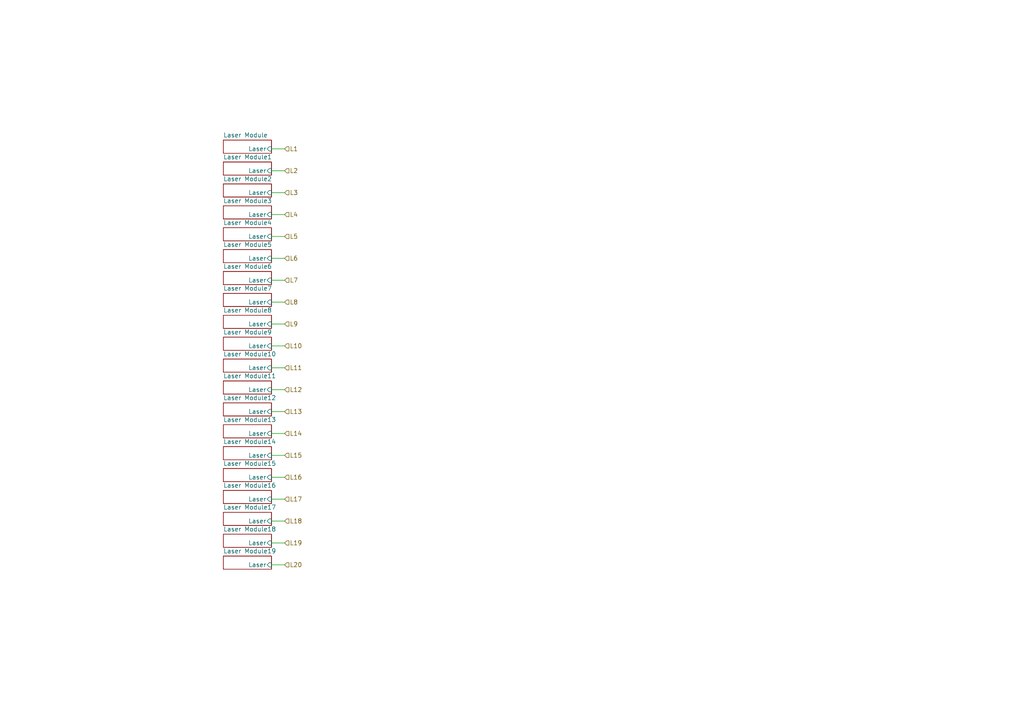
<source format=kicad_sch>
(kicad_sch
	(version 20250114)
	(generator "eeschema")
	(generator_version "9.0")
	(uuid "8c3a0ae7-55af-4a0e-b950-16ed4f9e87e7")
	(paper "A4")
	(lib_symbols)
	(wire
		(pts
			(xy 78.74 132.08) (xy 82.55 132.08)
		)
		(stroke
			(width 0)
			(type default)
		)
		(uuid "2c35c6c7-eab1-4633-9911-2bb2364d06c9")
	)
	(wire
		(pts
			(xy 78.74 113.03) (xy 82.55 113.03)
		)
		(stroke
			(width 0)
			(type default)
		)
		(uuid "325f43e2-2cfd-4ea6-9baf-5217780be168")
	)
	(wire
		(pts
			(xy 78.74 100.33) (xy 82.55 100.33)
		)
		(stroke
			(width 0)
			(type default)
		)
		(uuid "3a52869a-0d41-4110-9de1-6b5c293dc147")
	)
	(wire
		(pts
			(xy 78.74 55.88) (xy 82.55 55.88)
		)
		(stroke
			(width 0)
			(type default)
		)
		(uuid "3cd2038d-8d1f-45d2-b39b-816c81a18096")
	)
	(wire
		(pts
			(xy 78.74 81.28) (xy 82.55 81.28)
		)
		(stroke
			(width 0)
			(type default)
		)
		(uuid "4df546dd-4d08-4e4e-a85a-6f6b08256e01")
	)
	(wire
		(pts
			(xy 78.74 144.78) (xy 82.55 144.78)
		)
		(stroke
			(width 0)
			(type default)
		)
		(uuid "691f96ca-3cd4-411d-8ee2-251021b152bd")
	)
	(wire
		(pts
			(xy 78.74 74.93) (xy 82.55 74.93)
		)
		(stroke
			(width 0)
			(type default)
		)
		(uuid "70bbda7f-31f9-4028-bbc8-0968666c2d28")
	)
	(wire
		(pts
			(xy 78.74 43.18) (xy 82.55 43.18)
		)
		(stroke
			(width 0)
			(type default)
		)
		(uuid "7b4b6196-381d-4d62-b1f6-b7ed93cc4431")
	)
	(wire
		(pts
			(xy 78.74 93.98) (xy 82.55 93.98)
		)
		(stroke
			(width 0)
			(type default)
		)
		(uuid "96b0c543-c6d8-4e24-b345-69f4ba7a5289")
	)
	(wire
		(pts
			(xy 78.74 62.23) (xy 82.55 62.23)
		)
		(stroke
			(width 0)
			(type default)
		)
		(uuid "a3eea0dc-f2d5-4173-afef-3cc37d50c417")
	)
	(wire
		(pts
			(xy 78.74 49.53) (xy 82.55 49.53)
		)
		(stroke
			(width 0)
			(type default)
		)
		(uuid "ace7d916-9110-411a-b9a5-51b89129d4a8")
	)
	(wire
		(pts
			(xy 78.74 68.58) (xy 82.55 68.58)
		)
		(stroke
			(width 0)
			(type default)
		)
		(uuid "be171388-0369-41f9-9fab-a1130fd85a73")
	)
	(wire
		(pts
			(xy 78.74 106.68) (xy 82.55 106.68)
		)
		(stroke
			(width 0)
			(type default)
		)
		(uuid "d3b3033a-ef42-4c1b-9f52-fbef602571d4")
	)
	(wire
		(pts
			(xy 78.74 87.63) (xy 82.55 87.63)
		)
		(stroke
			(width 0)
			(type default)
		)
		(uuid "d602316b-950b-400f-8bbf-e3a13795acc7")
	)
	(wire
		(pts
			(xy 78.74 125.73) (xy 82.55 125.73)
		)
		(stroke
			(width 0)
			(type default)
		)
		(uuid "e6f9d702-a2f4-4913-b18e-dc1fda1913f8")
	)
	(wire
		(pts
			(xy 78.74 151.13) (xy 82.55 151.13)
		)
		(stroke
			(width 0)
			(type default)
		)
		(uuid "eb8695d7-b1fb-4249-84ed-956fea9e8d6e")
	)
	(wire
		(pts
			(xy 78.74 163.83) (xy 82.55 163.83)
		)
		(stroke
			(width 0)
			(type default)
		)
		(uuid "ec0162f1-7acb-4eb2-a372-a7d321ccbc9e")
	)
	(wire
		(pts
			(xy 78.74 119.38) (xy 82.55 119.38)
		)
		(stroke
			(width 0)
			(type default)
		)
		(uuid "f2bad661-320b-46cf-aab4-f1efc471db8c")
	)
	(wire
		(pts
			(xy 78.74 138.43) (xy 82.55 138.43)
		)
		(stroke
			(width 0)
			(type default)
		)
		(uuid "fcbbe8be-704a-473e-8917-a8c2a43ed0f2")
	)
	(wire
		(pts
			(xy 78.74 157.48) (xy 82.55 157.48)
		)
		(stroke
			(width 0)
			(type default)
		)
		(uuid "fddc323d-59a5-4df1-9857-99cf3efa5f6b")
	)
	(hierarchical_label "L4"
		(shape input)
		(at 82.55 62.23 0)
		(effects
			(font
				(size 1.27 1.27)
			)
			(justify left)
		)
		(uuid "08b56644-6271-4499-8675-f65536abe53f")
	)
	(hierarchical_label "L16"
		(shape input)
		(at 82.55 138.43 0)
		(effects
			(font
				(size 1.27 1.27)
			)
			(justify left)
		)
		(uuid "1a44eca1-da8f-46c5-ad0c-82c4e81047e4")
	)
	(hierarchical_label "L9"
		(shape input)
		(at 82.55 93.98 0)
		(effects
			(font
				(size 1.27 1.27)
			)
			(justify left)
		)
		(uuid "1ec3fbe2-1ae0-45cf-b2cd-6af1ae2eb9d7")
	)
	(hierarchical_label "L3"
		(shape input)
		(at 82.55 55.88 0)
		(effects
			(font
				(size 1.27 1.27)
			)
			(justify left)
		)
		(uuid "2536bc04-540a-4d51-99ce-74cd8711d397")
	)
	(hierarchical_label "L10"
		(shape input)
		(at 82.55 100.33 0)
		(effects
			(font
				(size 1.27 1.27)
			)
			(justify left)
		)
		(uuid "2f4806fe-2145-4d9a-be51-c5a331d933d9")
	)
	(hierarchical_label "L19"
		(shape input)
		(at 82.55 157.48 0)
		(effects
			(font
				(size 1.27 1.27)
			)
			(justify left)
		)
		(uuid "35f3d942-521b-4e15-8e3a-731f2a242f2b")
	)
	(hierarchical_label "L20"
		(shape input)
		(at 82.55 163.83 0)
		(effects
			(font
				(size 1.27 1.27)
			)
			(justify left)
		)
		(uuid "448fbd36-47f7-4fe5-92a1-7037366d3d94")
	)
	(hierarchical_label "L11"
		(shape input)
		(at 82.55 106.68 0)
		(effects
			(font
				(size 1.27 1.27)
			)
			(justify left)
		)
		(uuid "583b09b6-e5f5-40fb-9d1f-a68933b7fd96")
	)
	(hierarchical_label "L2"
		(shape input)
		(at 82.55 49.53 0)
		(effects
			(font
				(size 1.27 1.27)
			)
			(justify left)
		)
		(uuid "5acb1fb0-2049-4659-86d4-37ea7cdcffd2")
	)
	(hierarchical_label "L1"
		(shape input)
		(at 82.55 43.18 0)
		(effects
			(font
				(size 1.27 1.27)
			)
			(justify left)
		)
		(uuid "5ba917b7-92ee-4e43-8981-199c7a8b8e0c")
	)
	(hierarchical_label "L17"
		(shape input)
		(at 82.55 144.78 0)
		(effects
			(font
				(size 1.27 1.27)
			)
			(justify left)
		)
		(uuid "607e661c-da8c-4009-9566-dfc14eec1b2d")
	)
	(hierarchical_label "L18"
		(shape input)
		(at 82.55 151.13 0)
		(effects
			(font
				(size 1.27 1.27)
			)
			(justify left)
		)
		(uuid "6ff02806-c22d-4792-b534-99686a560e6f")
	)
	(hierarchical_label "L14"
		(shape input)
		(at 82.55 125.73 0)
		(effects
			(font
				(size 1.27 1.27)
			)
			(justify left)
		)
		(uuid "7cf68ff4-ec23-4e64-ae3f-5b771a28e1d0")
	)
	(hierarchical_label "L5"
		(shape input)
		(at 82.55 68.58 0)
		(effects
			(font
				(size 1.27 1.27)
			)
			(justify left)
		)
		(uuid "7e1ca688-b181-4645-9b40-fa702895d102")
	)
	(hierarchical_label "L6"
		(shape input)
		(at 82.55 74.93 0)
		(effects
			(font
				(size 1.27 1.27)
			)
			(justify left)
		)
		(uuid "8778b42f-fe14-441a-80d3-1fc94a18bbde")
	)
	(hierarchical_label "L7"
		(shape input)
		(at 82.55 81.28 0)
		(effects
			(font
				(size 1.27 1.27)
			)
			(justify left)
		)
		(uuid "9cadef79-0022-4626-8492-cfc88ff74308")
	)
	(hierarchical_label "L13"
		(shape input)
		(at 82.55 119.38 0)
		(effects
			(font
				(size 1.27 1.27)
			)
			(justify left)
		)
		(uuid "adb1fe2b-9c7a-4811-9987-e24cc3b5ae7c")
	)
	(hierarchical_label "L8"
		(shape input)
		(at 82.55 87.63 0)
		(effects
			(font
				(size 1.27 1.27)
			)
			(justify left)
		)
		(uuid "b4dc0757-2808-4784-85f4-a64da0d6774b")
	)
	(hierarchical_label "L12"
		(shape input)
		(at 82.55 113.03 0)
		(effects
			(font
				(size 1.27 1.27)
			)
			(justify left)
		)
		(uuid "f65fde80-7ade-4d7f-80c3-7e9edeec3c85")
	)
	(hierarchical_label "L15"
		(shape input)
		(at 82.55 132.08 0)
		(effects
			(font
				(size 1.27 1.27)
			)
			(justify left)
		)
		(uuid "f9e6fdc1-125d-4347-bb98-17fb671be897")
	)
	(sheet
		(at 64.77 46.99)
		(size 13.97 3.81)
		(exclude_from_sim no)
		(in_bom yes)
		(on_board yes)
		(dnp no)
		(fields_autoplaced yes)
		(stroke
			(width 0.1524)
			(type solid)
		)
		(fill
			(color 0 0 0 0.0000)
		)
		(uuid "196cd467-2bfd-49ed-a1d7-010a6f423a31")
		(property "Sheetname" "Laser Module1"
			(at 64.77 46.2784 0)
			(effects
				(font
					(size 1.27 1.27)
				)
				(justify left bottom)
			)
		)
		(property "Sheetfile" "untitled.kicad_sch"
			(at 64.77 51.3846 0)
			(effects
				(font
					(size 1.27 1.27)
				)
				(justify left top)
				(hide yes)
			)
		)
		(pin "Laser" input
			(at 78.74 49.53 0)
			(uuid "4d86994e-cd2b-4a71-8d31-2c04591f111a")
			(effects
				(font
					(size 1.27 1.27)
				)
				(justify right)
			)
		)
		(instances
			(project "laserboard_2.0"
				(path "/ea355f14-8be2-44af-b81d-a2bbe9832d12/7b80122e-90bc-460c-84b6-87107ec7b4b1"
					(page "3")
				)
			)
		)
	)
	(sheet
		(at 64.77 53.34)
		(size 13.97 3.81)
		(exclude_from_sim no)
		(in_bom yes)
		(on_board yes)
		(dnp no)
		(fields_autoplaced yes)
		(stroke
			(width 0.1524)
			(type solid)
		)
		(fill
			(color 0 0 0 0.0000)
		)
		(uuid "1b1753f4-e18d-4b14-a48a-2ffa68bdcb23")
		(property "Sheetname" "Laser Module2"
			(at 64.77 52.6284 0)
			(effects
				(font
					(size 1.27 1.27)
				)
				(justify left bottom)
			)
		)
		(property "Sheetfile" "untitled.kicad_sch"
			(at 64.77 57.7346 0)
			(effects
				(font
					(size 1.27 1.27)
				)
				(justify left top)
				(hide yes)
			)
		)
		(pin "Laser" input
			(at 78.74 55.88 0)
			(uuid "22e24cd1-39d9-4539-8884-4ca0fbeed6cb")
			(effects
				(font
					(size 1.27 1.27)
				)
				(justify right)
			)
		)
		(instances
			(project "laserboard_2.0"
				(path "/ea355f14-8be2-44af-b81d-a2bbe9832d12/7b80122e-90bc-460c-84b6-87107ec7b4b1"
					(page "4")
				)
			)
		)
	)
	(sheet
		(at 64.77 135.89)
		(size 13.97 3.81)
		(exclude_from_sim no)
		(in_bom yes)
		(on_board yes)
		(dnp no)
		(fields_autoplaced yes)
		(stroke
			(width 0.1524)
			(type solid)
		)
		(fill
			(color 0 0 0 0.0000)
		)
		(uuid "2fd9a432-f607-44cb-acf9-aa1c2b243f23")
		(property "Sheetname" "Laser Module15"
			(at 64.77 135.1784 0)
			(effects
				(font
					(size 1.27 1.27)
				)
				(justify left bottom)
			)
		)
		(property "Sheetfile" "untitled.kicad_sch"
			(at 64.77 140.2846 0)
			(effects
				(font
					(size 1.27 1.27)
				)
				(justify left top)
				(hide yes)
			)
		)
		(pin "Laser" input
			(at 78.74 138.43 0)
			(uuid "bbec6bc4-5a57-421e-b3c0-1f0850ef7ff5")
			(effects
				(font
					(size 1.27 1.27)
				)
				(justify right)
			)
		)
		(instances
			(project "laserboard_2.0"
				(path "/ea355f14-8be2-44af-b81d-a2bbe9832d12/7b80122e-90bc-460c-84b6-87107ec7b4b1"
					(page "17")
				)
			)
		)
	)
	(sheet
		(at 64.77 97.79)
		(size 13.97 3.81)
		(exclude_from_sim no)
		(in_bom yes)
		(on_board yes)
		(dnp no)
		(fields_autoplaced yes)
		(stroke
			(width 0.1524)
			(type solid)
		)
		(fill
			(color 0 0 0 0.0000)
		)
		(uuid "3e43bb91-96fc-4041-9254-ecd250925ce3")
		(property "Sheetname" "Laser Module9"
			(at 64.77 97.0784 0)
			(effects
				(font
					(size 1.27 1.27)
				)
				(justify left bottom)
			)
		)
		(property "Sheetfile" "untitled.kicad_sch"
			(at 64.77 102.1846 0)
			(effects
				(font
					(size 1.27 1.27)
				)
				(justify left top)
				(hide yes)
			)
		)
		(pin "Laser" input
			(at 78.74 100.33 0)
			(uuid "c63eded4-7ac2-47ce-bd89-1961746b3502")
			(effects
				(font
					(size 1.27 1.27)
				)
				(justify right)
			)
		)
		(instances
			(project "laserboard_2.0"
				(path "/ea355f14-8be2-44af-b81d-a2bbe9832d12/7b80122e-90bc-460c-84b6-87107ec7b4b1"
					(page "11")
				)
			)
		)
	)
	(sheet
		(at 64.77 161.29)
		(size 13.97 3.81)
		(exclude_from_sim no)
		(in_bom yes)
		(on_board yes)
		(dnp no)
		(fields_autoplaced yes)
		(stroke
			(width 0.1524)
			(type solid)
		)
		(fill
			(color 0 0 0 0.0000)
		)
		(uuid "3f0d2497-ef6e-43fb-a0d0-c6753d9da325")
		(property "Sheetname" "Laser Module19"
			(at 64.77 160.5784 0)
			(effects
				(font
					(size 1.27 1.27)
				)
				(justify left bottom)
			)
		)
		(property "Sheetfile" "untitled.kicad_sch"
			(at 64.77 165.6846 0)
			(effects
				(font
					(size 1.27 1.27)
				)
				(justify left top)
				(hide yes)
			)
		)
		(pin "Laser" input
			(at 78.74 163.83 0)
			(uuid "5ca247bd-83f3-4060-9640-7aac9cc4cacd")
			(effects
				(font
					(size 1.27 1.27)
				)
				(justify right)
			)
		)
		(instances
			(project "laserboard_2.0"
				(path "/ea355f14-8be2-44af-b81d-a2bbe9832d12/7b80122e-90bc-460c-84b6-87107ec7b4b1"
					(page "21")
				)
			)
		)
	)
	(sheet
		(at 64.77 129.54)
		(size 13.97 3.81)
		(exclude_from_sim no)
		(in_bom yes)
		(on_board yes)
		(dnp no)
		(fields_autoplaced yes)
		(stroke
			(width 0.1524)
			(type solid)
		)
		(fill
			(color 0 0 0 0.0000)
		)
		(uuid "44e6893e-6a88-4489-a664-b2395ae9596e")
		(property "Sheetname" "Laser Module14"
			(at 64.77 128.8284 0)
			(effects
				(font
					(size 1.27 1.27)
				)
				(justify left bottom)
			)
		)
		(property "Sheetfile" "untitled.kicad_sch"
			(at 64.77 133.9346 0)
			(effects
				(font
					(size 1.27 1.27)
				)
				(justify left top)
				(hide yes)
			)
		)
		(pin "Laser" input
			(at 78.74 132.08 0)
			(uuid "bb17bb76-74d9-4f37-8c22-f2ca19eba082")
			(effects
				(font
					(size 1.27 1.27)
				)
				(justify right)
			)
		)
		(instances
			(project "laserboard_2.0"
				(path "/ea355f14-8be2-44af-b81d-a2bbe9832d12/7b80122e-90bc-460c-84b6-87107ec7b4b1"
					(page "16")
				)
			)
		)
	)
	(sheet
		(at 64.77 123.19)
		(size 13.97 3.81)
		(exclude_from_sim no)
		(in_bom yes)
		(on_board yes)
		(dnp no)
		(fields_autoplaced yes)
		(stroke
			(width 0.1524)
			(type solid)
		)
		(fill
			(color 0 0 0 0.0000)
		)
		(uuid "46acfac0-026b-4c3f-b81f-543305ebe301")
		(property "Sheetname" "Laser Module13"
			(at 64.77 122.4784 0)
			(effects
				(font
					(size 1.27 1.27)
				)
				(justify left bottom)
			)
		)
		(property "Sheetfile" "untitled.kicad_sch"
			(at 64.77 127.5846 0)
			(effects
				(font
					(size 1.27 1.27)
				)
				(justify left top)
				(hide yes)
			)
		)
		(pin "Laser" input
			(at 78.74 125.73 0)
			(uuid "6b3b0e8e-1636-4dfe-bfc3-9b3b656302e3")
			(effects
				(font
					(size 1.27 1.27)
				)
				(justify right)
			)
		)
		(instances
			(project "laserboard_2.0"
				(path "/ea355f14-8be2-44af-b81d-a2bbe9832d12/7b80122e-90bc-460c-84b6-87107ec7b4b1"
					(page "15")
				)
			)
		)
	)
	(sheet
		(at 64.77 59.69)
		(size 13.97 3.81)
		(exclude_from_sim no)
		(in_bom yes)
		(on_board yes)
		(dnp no)
		(fields_autoplaced yes)
		(stroke
			(width 0.1524)
			(type solid)
		)
		(fill
			(color 0 0 0 0.0000)
		)
		(uuid "71c149dc-1374-4327-bcd7-943301052f20")
		(property "Sheetname" "Laser Module3"
			(at 64.77 58.9784 0)
			(effects
				(font
					(size 1.27 1.27)
				)
				(justify left bottom)
			)
		)
		(property "Sheetfile" "untitled.kicad_sch"
			(at 64.77 64.0846 0)
			(effects
				(font
					(size 1.27 1.27)
				)
				(justify left top)
				(hide yes)
			)
		)
		(pin "Laser" input
			(at 78.74 62.23 0)
			(uuid "cc5e13a8-4df3-4a23-908f-31339a2ce665")
			(effects
				(font
					(size 1.27 1.27)
				)
				(justify right)
			)
		)
		(instances
			(project "laserboard_2.0"
				(path "/ea355f14-8be2-44af-b81d-a2bbe9832d12/7b80122e-90bc-460c-84b6-87107ec7b4b1"
					(page "5")
				)
			)
		)
	)
	(sheet
		(at 64.77 110.49)
		(size 13.97 3.81)
		(exclude_from_sim no)
		(in_bom yes)
		(on_board yes)
		(dnp no)
		(fields_autoplaced yes)
		(stroke
			(width 0.1524)
			(type solid)
		)
		(fill
			(color 0 0 0 0.0000)
		)
		(uuid "72a08a5f-7220-48d3-a7f7-63261c85e90e")
		(property "Sheetname" "Laser Module11"
			(at 64.77 109.7784 0)
			(effects
				(font
					(size 1.27 1.27)
				)
				(justify left bottom)
			)
		)
		(property "Sheetfile" "untitled.kicad_sch"
			(at 64.77 114.8846 0)
			(effects
				(font
					(size 1.27 1.27)
				)
				(justify left top)
				(hide yes)
			)
		)
		(pin "Laser" input
			(at 78.74 113.03 0)
			(uuid "92ad00fe-819f-4cc6-8b3e-9e899f63ec03")
			(effects
				(font
					(size 1.27 1.27)
				)
				(justify right)
			)
		)
		(instances
			(project "laserboard_2.0"
				(path "/ea355f14-8be2-44af-b81d-a2bbe9832d12/7b80122e-90bc-460c-84b6-87107ec7b4b1"
					(page "13")
				)
			)
		)
	)
	(sheet
		(at 64.77 148.59)
		(size 13.97 3.81)
		(exclude_from_sim no)
		(in_bom yes)
		(on_board yes)
		(dnp no)
		(fields_autoplaced yes)
		(stroke
			(width 0.1524)
			(type solid)
		)
		(fill
			(color 0 0 0 0.0000)
		)
		(uuid "89be0998-ab84-4b11-b24a-83b9b45b8582")
		(property "Sheetname" "Laser Module17"
			(at 64.77 147.8784 0)
			(effects
				(font
					(size 1.27 1.27)
				)
				(justify left bottom)
			)
		)
		(property "Sheetfile" "untitled.kicad_sch"
			(at 64.77 152.9846 0)
			(effects
				(font
					(size 1.27 1.27)
				)
				(justify left top)
				(hide yes)
			)
		)
		(pin "Laser" input
			(at 78.74 151.13 0)
			(uuid "1044f16e-8c03-403c-b6a7-2d0e2041d215")
			(effects
				(font
					(size 1.27 1.27)
				)
				(justify right)
			)
		)
		(instances
			(project "laserboard_2.0"
				(path "/ea355f14-8be2-44af-b81d-a2bbe9832d12/7b80122e-90bc-460c-84b6-87107ec7b4b1"
					(page "19")
				)
			)
		)
	)
	(sheet
		(at 64.77 142.24)
		(size 13.97 3.81)
		(exclude_from_sim no)
		(in_bom yes)
		(on_board yes)
		(dnp no)
		(fields_autoplaced yes)
		(stroke
			(width 0.1524)
			(type solid)
		)
		(fill
			(color 0 0 0 0.0000)
		)
		(uuid "89fa5595-1d91-4d11-8d9a-98a54bcaa571")
		(property "Sheetname" "Laser Module16"
			(at 64.77 141.5284 0)
			(effects
				(font
					(size 1.27 1.27)
				)
				(justify left bottom)
			)
		)
		(property "Sheetfile" "untitled.kicad_sch"
			(at 64.77 146.6346 0)
			(effects
				(font
					(size 1.27 1.27)
				)
				(justify left top)
				(hide yes)
			)
		)
		(pin "Laser" input
			(at 78.74 144.78 0)
			(uuid "fe324275-fad8-4a38-b6eb-a58881ea5a59")
			(effects
				(font
					(size 1.27 1.27)
				)
				(justify right)
			)
		)
		(instances
			(project "laserboard_2.0"
				(path "/ea355f14-8be2-44af-b81d-a2bbe9832d12/7b80122e-90bc-460c-84b6-87107ec7b4b1"
					(page "18")
				)
			)
		)
	)
	(sheet
		(at 64.77 40.64)
		(size 13.97 3.81)
		(exclude_from_sim no)
		(in_bom yes)
		(on_board yes)
		(dnp no)
		(fields_autoplaced yes)
		(stroke
			(width 0.1524)
			(type solid)
		)
		(fill
			(color 0 0 0 0.0000)
		)
		(uuid "8a9705ad-4537-4dde-961a-6d7f7a9fb48f")
		(property "Sheetname" "Laser Module"
			(at 64.77 39.9284 0)
			(effects
				(font
					(size 1.27 1.27)
				)
				(justify left bottom)
			)
		)
		(property "Sheetfile" "untitled.kicad_sch"
			(at 64.77 45.0346 0)
			(effects
				(font
					(size 1.27 1.27)
				)
				(justify left top)
				(hide yes)
			)
		)
		(pin "Laser" input
			(at 78.74 43.18 0)
			(uuid "216f068e-895e-42d3-9ebd-866660f59a05")
			(effects
				(font
					(size 1.27 1.27)
				)
				(justify right)
			)
		)
		(instances
			(project "laserboard_2.0"
				(path "/ea355f14-8be2-44af-b81d-a2bbe9832d12/7b80122e-90bc-460c-84b6-87107ec7b4b1"
					(page "2")
				)
			)
		)
	)
	(sheet
		(at 64.77 85.09)
		(size 13.97 3.81)
		(exclude_from_sim no)
		(in_bom yes)
		(on_board yes)
		(dnp no)
		(fields_autoplaced yes)
		(stroke
			(width 0.1524)
			(type solid)
		)
		(fill
			(color 0 0 0 0.0000)
		)
		(uuid "8d18212f-6858-4995-91cc-261bb3084b01")
		(property "Sheetname" "Laser Module7"
			(at 64.77 84.3784 0)
			(effects
				(font
					(size 1.27 1.27)
				)
				(justify left bottom)
			)
		)
		(property "Sheetfile" "untitled.kicad_sch"
			(at 64.77 89.4846 0)
			(effects
				(font
					(size 1.27 1.27)
				)
				(justify left top)
				(hide yes)
			)
		)
		(pin "Laser" input
			(at 78.74 87.63 0)
			(uuid "24498e69-4269-4cfd-87a9-1bf987b1d01f")
			(effects
				(font
					(size 1.27 1.27)
				)
				(justify right)
			)
		)
		(instances
			(project "laserboard_2.0"
				(path "/ea355f14-8be2-44af-b81d-a2bbe9832d12/7b80122e-90bc-460c-84b6-87107ec7b4b1"
					(page "9")
				)
			)
		)
	)
	(sheet
		(at 64.77 72.39)
		(size 13.97 3.81)
		(exclude_from_sim no)
		(in_bom yes)
		(on_board yes)
		(dnp no)
		(fields_autoplaced yes)
		(stroke
			(width 0.1524)
			(type solid)
		)
		(fill
			(color 0 0 0 0.0000)
		)
		(uuid "9dbd3c32-809e-4197-b3f4-6498c4fa05cb")
		(property "Sheetname" "Laser Module5"
			(at 64.77 71.6784 0)
			(effects
				(font
					(size 1.27 1.27)
				)
				(justify left bottom)
			)
		)
		(property "Sheetfile" "untitled.kicad_sch"
			(at 64.77 76.7846 0)
			(effects
				(font
					(size 1.27 1.27)
				)
				(justify left top)
				(hide yes)
			)
		)
		(pin "Laser" input
			(at 78.74 74.93 0)
			(uuid "adedd750-f171-4ad7-8736-5a8200b3cc01")
			(effects
				(font
					(size 1.27 1.27)
				)
				(justify right)
			)
		)
		(instances
			(project "laserboard_2.0"
				(path "/ea355f14-8be2-44af-b81d-a2bbe9832d12/7b80122e-90bc-460c-84b6-87107ec7b4b1"
					(page "7")
				)
			)
		)
	)
	(sheet
		(at 64.77 104.14)
		(size 13.97 3.81)
		(exclude_from_sim no)
		(in_bom yes)
		(on_board yes)
		(dnp no)
		(fields_autoplaced yes)
		(stroke
			(width 0.1524)
			(type solid)
		)
		(fill
			(color 0 0 0 0.0000)
		)
		(uuid "a379aa06-5b61-400c-9f30-663d77f9a6a4")
		(property "Sheetname" "Laser Module10"
			(at 64.77 103.4284 0)
			(effects
				(font
					(size 1.27 1.27)
				)
				(justify left bottom)
			)
		)
		(property "Sheetfile" "untitled.kicad_sch"
			(at 64.77 108.5346 0)
			(effects
				(font
					(size 1.27 1.27)
				)
				(justify left top)
				(hide yes)
			)
		)
		(pin "Laser" input
			(at 78.74 106.68 0)
			(uuid "7ddeb99d-3bbb-4b9a-a52d-e7693960f699")
			(effects
				(font
					(size 1.27 1.27)
				)
				(justify right)
			)
		)
		(instances
			(project "laserboard_2.0"
				(path "/ea355f14-8be2-44af-b81d-a2bbe9832d12/7b80122e-90bc-460c-84b6-87107ec7b4b1"
					(page "12")
				)
			)
		)
	)
	(sheet
		(at 64.77 66.04)
		(size 13.97 3.81)
		(exclude_from_sim no)
		(in_bom yes)
		(on_board yes)
		(dnp no)
		(fields_autoplaced yes)
		(stroke
			(width 0.1524)
			(type solid)
		)
		(fill
			(color 0 0 0 0.0000)
		)
		(uuid "c789ea69-7dbd-4540-b692-30d2138f9d49")
		(property "Sheetname" "Laser Module4"
			(at 64.77 65.3284 0)
			(effects
				(font
					(size 1.27 1.27)
				)
				(justify left bottom)
			)
		)
		(property "Sheetfile" "untitled.kicad_sch"
			(at 64.77 70.4346 0)
			(effects
				(font
					(size 1.27 1.27)
				)
				(justify left top)
				(hide yes)
			)
		)
		(pin "Laser" input
			(at 78.74 68.58 0)
			(uuid "24aee838-04dd-422b-b6be-68f60b90dde1")
			(effects
				(font
					(size 1.27 1.27)
				)
				(justify right)
			)
		)
		(instances
			(project "laserboard_2.0"
				(path "/ea355f14-8be2-44af-b81d-a2bbe9832d12/7b80122e-90bc-460c-84b6-87107ec7b4b1"
					(page "6")
				)
			)
		)
	)
	(sheet
		(at 64.77 116.84)
		(size 13.97 3.81)
		(exclude_from_sim no)
		(in_bom yes)
		(on_board yes)
		(dnp no)
		(fields_autoplaced yes)
		(stroke
			(width 0.1524)
			(type solid)
		)
		(fill
			(color 0 0 0 0.0000)
		)
		(uuid "dadbb50e-7c84-4473-9f82-1791d37e8a9e")
		(property "Sheetname" "Laser Module12"
			(at 64.77 116.1284 0)
			(effects
				(font
					(size 1.27 1.27)
				)
				(justify left bottom)
			)
		)
		(property "Sheetfile" "untitled.kicad_sch"
			(at 64.77 121.2346 0)
			(effects
				(font
					(size 1.27 1.27)
				)
				(justify left top)
				(hide yes)
			)
		)
		(pin "Laser" input
			(at 78.74 119.38 0)
			(uuid "1cd5a1e6-44d4-4d25-99f6-3b10111704ea")
			(effects
				(font
					(size 1.27 1.27)
				)
				(justify right)
			)
		)
		(instances
			(project "laserboard_2.0"
				(path "/ea355f14-8be2-44af-b81d-a2bbe9832d12/7b80122e-90bc-460c-84b6-87107ec7b4b1"
					(page "14")
				)
			)
		)
	)
	(sheet
		(at 64.77 78.74)
		(size 13.97 3.81)
		(exclude_from_sim no)
		(in_bom yes)
		(on_board yes)
		(dnp no)
		(fields_autoplaced yes)
		(stroke
			(width 0.1524)
			(type solid)
		)
		(fill
			(color 0 0 0 0.0000)
		)
		(uuid "ebb91a02-59ee-439b-a6fb-a132bb1eeb09")
		(property "Sheetname" "Laser Module6"
			(at 64.77 78.0284 0)
			(effects
				(font
					(size 1.27 1.27)
				)
				(justify left bottom)
			)
		)
		(property "Sheetfile" "untitled.kicad_sch"
			(at 64.77 83.1346 0)
			(effects
				(font
					(size 1.27 1.27)
				)
				(justify left top)
				(hide yes)
			)
		)
		(pin "Laser" input
			(at 78.74 81.28 0)
			(uuid "e5de51dc-d840-483c-b1d6-fe3ad74e5e73")
			(effects
				(font
					(size 1.27 1.27)
				)
				(justify right)
			)
		)
		(instances
			(project "laserboard_2.0"
				(path "/ea355f14-8be2-44af-b81d-a2bbe9832d12/7b80122e-90bc-460c-84b6-87107ec7b4b1"
					(page "8")
				)
			)
		)
	)
	(sheet
		(at 64.77 91.44)
		(size 13.97 3.81)
		(exclude_from_sim no)
		(in_bom yes)
		(on_board yes)
		(dnp no)
		(fields_autoplaced yes)
		(stroke
			(width 0.1524)
			(type solid)
		)
		(fill
			(color 0 0 0 0.0000)
		)
		(uuid "f7134eab-3831-48b5-99b9-dfb43ec43bd7")
		(property "Sheetname" "Laser Module8"
			(at 64.77 90.7284 0)
			(effects
				(font
					(size 1.27 1.27)
				)
				(justify left bottom)
			)
		)
		(property "Sheetfile" "untitled.kicad_sch"
			(at 64.77 95.8346 0)
			(effects
				(font
					(size 1.27 1.27)
				)
				(justify left top)
				(hide yes)
			)
		)
		(pin "Laser" input
			(at 78.74 93.98 0)
			(uuid "a0d0c1b1-011d-4a00-89fc-c8062c9346c5")
			(effects
				(font
					(size 1.27 1.27)
				)
				(justify right)
			)
		)
		(instances
			(project "laserboard_2.0"
				(path "/ea355f14-8be2-44af-b81d-a2bbe9832d12/7b80122e-90bc-460c-84b6-87107ec7b4b1"
					(page "10")
				)
			)
		)
	)
	(sheet
		(at 64.77 154.94)
		(size 13.97 3.81)
		(exclude_from_sim no)
		(in_bom yes)
		(on_board yes)
		(dnp no)
		(fields_autoplaced yes)
		(stroke
			(width 0.1524)
			(type solid)
		)
		(fill
			(color 0 0 0 0.0000)
		)
		(uuid "f88a3a40-1a4d-4590-b968-989f3d5cbcb2")
		(property "Sheetname" "Laser Module18"
			(at 64.77 154.2284 0)
			(effects
				(font
					(size 1.27 1.27)
				)
				(justify left bottom)
			)
		)
		(property "Sheetfile" "untitled.kicad_sch"
			(at 64.77 159.3346 0)
			(effects
				(font
					(size 1.27 1.27)
				)
				(justify left top)
				(hide yes)
			)
		)
		(pin "Laser" input
			(at 78.74 157.48 0)
			(uuid "efb05bb1-7fea-421e-bd9d-7179a357fb64")
			(effects
				(font
					(size 1.27 1.27)
				)
				(justify right)
			)
		)
		(instances
			(project "laserboard_2.0"
				(path "/ea355f14-8be2-44af-b81d-a2bbe9832d12/7b80122e-90bc-460c-84b6-87107ec7b4b1"
					(page "20")
				)
			)
		)
	)
)

</source>
